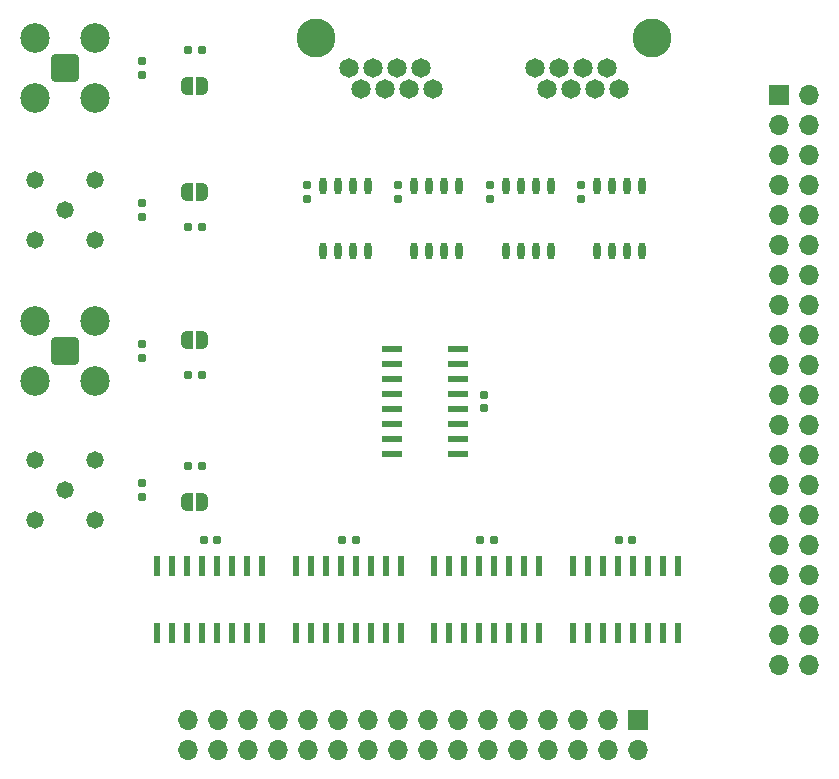
<source format=gbr>
%TF.GenerationSoftware,KiCad,Pcbnew,8.0.6*%
%TF.CreationDate,2025-01-14T13:26:05-05:00*%
%TF.ProjectId,LVDS_RasPi_Hat,4c564453-5f52-4617-9350-695f4861742e,rev?*%
%TF.SameCoordinates,Original*%
%TF.FileFunction,Soldermask,Top*%
%TF.FilePolarity,Negative*%
%FSLAX46Y46*%
G04 Gerber Fmt 4.6, Leading zero omitted, Abs format (unit mm)*
G04 Created by KiCad (PCBNEW 8.0.6) date 2025-01-14 13:26:05*
%MOMM*%
%LPD*%
G01*
G04 APERTURE LIST*
G04 Aperture macros list*
%AMRoundRect*
0 Rectangle with rounded corners*
0 $1 Rounding radius*
0 $2 $3 $4 $5 $6 $7 $8 $9 X,Y pos of 4 corners*
0 Add a 4 corners polygon primitive as box body*
4,1,4,$2,$3,$4,$5,$6,$7,$8,$9,$2,$3,0*
0 Add four circle primitives for the rounded corners*
1,1,$1+$1,$2,$3*
1,1,$1+$1,$4,$5*
1,1,$1+$1,$6,$7*
1,1,$1+$1,$8,$9*
0 Add four rect primitives between the rounded corners*
20,1,$1+$1,$2,$3,$4,$5,0*
20,1,$1+$1,$4,$5,$6,$7,0*
20,1,$1+$1,$6,$7,$8,$9,0*
20,1,$1+$1,$8,$9,$2,$3,0*%
%AMFreePoly0*
4,1,19,0.500000,-0.750000,0.000000,-0.750000,0.000000,-0.744911,-0.071157,-0.744911,-0.207708,-0.704816,-0.327430,-0.627875,-0.420627,-0.520320,-0.479746,-0.390866,-0.500000,-0.250000,-0.500000,0.250000,-0.479746,0.390866,-0.420627,0.520320,-0.327430,0.627875,-0.207708,0.704816,-0.071157,0.744911,0.000000,0.744911,0.000000,0.750000,0.500000,0.750000,0.500000,-0.750000,0.500000,-0.750000,
$1*%
%AMFreePoly1*
4,1,19,0.000000,0.744911,0.071157,0.744911,0.207708,0.704816,0.327430,0.627875,0.420627,0.520320,0.479746,0.390866,0.500000,0.250000,0.500000,-0.250000,0.479746,-0.390866,0.420627,-0.520320,0.327430,-0.627875,0.207708,-0.704816,0.071157,-0.744911,0.000000,-0.744911,0.000000,-0.750000,-0.500000,-0.750000,-0.500000,0.750000,0.000000,0.750000,0.000000,0.744911,0.000000,0.744911,
$1*%
G04 Aperture macros list end*
%ADD10R,0.558800X1.663700*%
%ADD11R,1.663700X0.558800*%
%ADD12RoundRect,0.160000X0.160000X-0.197500X0.160000X0.197500X-0.160000X0.197500X-0.160000X-0.197500X0*%
%ADD13C,1.473200*%
%ADD14RoundRect,0.200100X0.949900X-0.949900X0.949900X0.949900X-0.949900X0.949900X-0.949900X-0.949900X0*%
%ADD15C,2.500000*%
%ADD16RoundRect,0.155000X-0.155000X0.212500X-0.155000X-0.212500X0.155000X-0.212500X0.155000X0.212500X0*%
%ADD17O,0.599999X1.450000*%
%ADD18RoundRect,0.160000X-0.160000X0.197500X-0.160000X-0.197500X0.160000X-0.197500X0.160000X0.197500X0*%
%ADD19RoundRect,0.155000X-0.212500X-0.155000X0.212500X-0.155000X0.212500X0.155000X-0.212500X0.155000X0*%
%ADD20RoundRect,0.160000X-0.197500X-0.160000X0.197500X-0.160000X0.197500X0.160000X-0.197500X0.160000X0*%
%ADD21FreePoly0,180.000000*%
%ADD22FreePoly1,180.000000*%
%ADD23C,3.300000*%
%ADD24C,1.652000*%
%ADD25R,1.700000X1.700000*%
%ADD26O,1.700000X1.700000*%
G04 APERTURE END LIST*
D10*
%TO.C,U8*%
X60957500Y-76075750D03*
X62227500Y-76075750D03*
X63497500Y-76075750D03*
X64767500Y-76075750D03*
X66037500Y-76075750D03*
X67307500Y-76075750D03*
X68577500Y-76075750D03*
X69847500Y-76075750D03*
X69847500Y-70424250D03*
X68577500Y-70424250D03*
X67307500Y-70424250D03*
X66037500Y-70424250D03*
X64767500Y-70424250D03*
X63497500Y-70424250D03*
X62227500Y-70424250D03*
X60957500Y-70424250D03*
%TD*%
D11*
%TO.C,U5*%
X57326750Y-52055000D03*
X57326750Y-53325000D03*
X57326750Y-54595000D03*
X57326750Y-55865000D03*
X57326750Y-57135000D03*
X57326750Y-58405000D03*
X57326750Y-59675000D03*
X57326750Y-60945000D03*
X62978250Y-60945000D03*
X62978250Y-59675000D03*
X62978250Y-58405000D03*
X62978250Y-57135000D03*
X62978250Y-55865000D03*
X62978250Y-54595000D03*
X62978250Y-53325000D03*
X62978250Y-52055000D03*
%TD*%
D10*
%TO.C,U9*%
X72707500Y-76075750D03*
X73977500Y-76075750D03*
X75247500Y-76075750D03*
X76517500Y-76075750D03*
X77787500Y-76075750D03*
X79057500Y-76075750D03*
X80327500Y-76075750D03*
X81597500Y-76075750D03*
X81597500Y-70424250D03*
X80327500Y-70424250D03*
X79057500Y-70424250D03*
X77787500Y-70424250D03*
X76517500Y-70424250D03*
X75247500Y-70424250D03*
X73977500Y-70424250D03*
X72707500Y-70424250D03*
%TD*%
D12*
%TO.C,R2*%
X36152500Y-40847500D03*
X36152500Y-39652500D03*
%TD*%
D13*
%TO.C,J6*%
X29652500Y-64000000D03*
X27112500Y-66540000D03*
X32192500Y-66540000D03*
X27112500Y-61460000D03*
X32192500Y-61460000D03*
%TD*%
D14*
%TO.C,J3*%
X29652500Y-28250000D03*
D15*
X27112500Y-30790000D03*
X32192500Y-30790000D03*
X27112500Y-25710000D03*
X32192500Y-25710000D03*
%TD*%
D16*
%TO.C,C3*%
X65652500Y-38182500D03*
X65652500Y-39317500D03*
%TD*%
D17*
%TO.C,U4*%
X74747500Y-43725001D03*
X76017500Y-43725001D03*
X77287500Y-43725001D03*
X78557500Y-43725001D03*
X78557500Y-38275002D03*
X77287500Y-38275002D03*
X76017500Y-38275002D03*
X74747500Y-38275002D03*
%TD*%
D14*
%TO.C,J5*%
X29652500Y-52250000D03*
D15*
X27112500Y-54790000D03*
X32192500Y-54790000D03*
X27112500Y-49710000D03*
X32192500Y-49710000D03*
%TD*%
D16*
%TO.C,C4*%
X73402500Y-38182500D03*
X73402500Y-39317500D03*
%TD*%
D18*
%TO.C,R4*%
X36152500Y-63402500D03*
X36152500Y-64597500D03*
%TD*%
D19*
%TO.C,C7*%
X53152500Y-68250000D03*
X54287500Y-68250000D03*
%TD*%
D20*
%TO.C,R8*%
X40055000Y-62000000D03*
X41250000Y-62000000D03*
%TD*%
D19*
%TO.C,C9*%
X76585000Y-68250000D03*
X77720000Y-68250000D03*
%TD*%
%TO.C,C8*%
X64835000Y-68250000D03*
X65970000Y-68250000D03*
%TD*%
D20*
%TO.C,R5*%
X40055000Y-26750000D03*
X41250000Y-26750000D03*
%TD*%
D19*
%TO.C,C6*%
X41402500Y-68250000D03*
X42537500Y-68250000D03*
%TD*%
D13*
%TO.C,J4*%
X29652500Y-40250000D03*
X27112500Y-42790000D03*
X32192500Y-42790000D03*
X27112500Y-37710000D03*
X32192500Y-37710000D03*
%TD*%
D16*
%TO.C,C5*%
X65152500Y-55932500D03*
X65152500Y-57067500D03*
%TD*%
D21*
%TO.C,JP4*%
X41302500Y-65000000D03*
D22*
X40002500Y-65000000D03*
%TD*%
D18*
%TO.C,R1*%
X36152500Y-27652500D03*
X36152500Y-28847500D03*
%TD*%
D17*
%TO.C,U3*%
X66997500Y-43725001D03*
X68267500Y-43725001D03*
X69537500Y-43725001D03*
X70807500Y-43725001D03*
X70807500Y-38275002D03*
X69537500Y-38275002D03*
X68267500Y-38275002D03*
X66997500Y-38275002D03*
%TD*%
D23*
%TO.C,J2*%
X79377500Y-25750000D03*
X50927500Y-25750000D03*
D24*
X69475500Y-28290000D03*
X70491500Y-30070000D03*
X71507500Y-28290000D03*
X72523500Y-30070000D03*
X73539500Y-28290000D03*
X74555500Y-30070000D03*
X75571500Y-28290000D03*
X76587500Y-30070000D03*
X53725500Y-28290000D03*
X54741500Y-30070000D03*
X55757500Y-28290000D03*
X56773500Y-30070000D03*
X57789500Y-28290000D03*
X58805500Y-30070000D03*
X59821500Y-28290000D03*
X60837500Y-30070000D03*
%TD*%
D21*
%TO.C,JP1*%
X41302500Y-29750000D03*
D22*
X40002500Y-29750000D03*
%TD*%
D20*
%TO.C,R7*%
X40055000Y-54250000D03*
X41250000Y-54250000D03*
%TD*%
D10*
%TO.C,U7*%
X49207500Y-76075750D03*
X50477500Y-76075750D03*
X51747500Y-76075750D03*
X53017500Y-76075750D03*
X54287500Y-76075750D03*
X55557500Y-76075750D03*
X56827500Y-76075750D03*
X58097500Y-76075750D03*
X58097500Y-70424250D03*
X56827500Y-70424250D03*
X55557500Y-70424250D03*
X54287500Y-70424250D03*
X53017500Y-70424250D03*
X51747500Y-70424250D03*
X50477500Y-70424250D03*
X49207500Y-70424250D03*
%TD*%
D21*
%TO.C,JP3*%
X41302500Y-51250000D03*
D22*
X40002500Y-51250000D03*
%TD*%
D25*
%TO.C,J7*%
X78202500Y-83500000D03*
D26*
X78202500Y-86040000D03*
X75662500Y-83500000D03*
X75662500Y-86040000D03*
X73122500Y-83500000D03*
X73122500Y-86040000D03*
X70582500Y-83500000D03*
X70582500Y-86040000D03*
X68042500Y-83500000D03*
X68042500Y-86040000D03*
X65502500Y-83500000D03*
X65502500Y-86040000D03*
X62962500Y-83500000D03*
X62962500Y-86040000D03*
X60422500Y-83500000D03*
X60422500Y-86040000D03*
X57882500Y-83500000D03*
X57882500Y-86040000D03*
X55342500Y-83500000D03*
X55342500Y-86040000D03*
X52802500Y-83500000D03*
X52802500Y-86040000D03*
X50262500Y-83500000D03*
X50262500Y-86040000D03*
X47722500Y-83500000D03*
X47722500Y-86040000D03*
X45182500Y-83500000D03*
X45182500Y-86040000D03*
X42642500Y-83500000D03*
X42642500Y-86040000D03*
X40102500Y-83500000D03*
X40102500Y-86040000D03*
%TD*%
D17*
%TO.C,U1*%
X51497500Y-43725001D03*
X52767500Y-43725001D03*
X54037500Y-43725001D03*
X55307500Y-43725001D03*
X55307500Y-38275002D03*
X54037500Y-38275002D03*
X52767500Y-38275002D03*
X51497500Y-38275002D03*
%TD*%
D20*
%TO.C,R6*%
X40055000Y-41750000D03*
X41250000Y-41750000D03*
%TD*%
D16*
%TO.C,C1*%
X50152500Y-38182500D03*
X50152500Y-39317500D03*
%TD*%
D12*
%TO.C,R3*%
X36152500Y-52847500D03*
X36152500Y-51652500D03*
%TD*%
D17*
%TO.C,U2*%
X59247500Y-43725001D03*
X60517500Y-43725001D03*
X61787500Y-43725001D03*
X63057500Y-43725001D03*
X63057500Y-38275002D03*
X61787500Y-38275002D03*
X60517500Y-38275002D03*
X59247500Y-38275002D03*
%TD*%
D10*
%TO.C,U6*%
X37457500Y-76075750D03*
X38727500Y-76075750D03*
X39997500Y-76075750D03*
X41267500Y-76075750D03*
X42537500Y-76075750D03*
X43807500Y-76075750D03*
X45077500Y-76075750D03*
X46347500Y-76075750D03*
X46347500Y-70424250D03*
X45077500Y-70424250D03*
X43807500Y-70424250D03*
X42537500Y-70424250D03*
X41267500Y-70424250D03*
X39997500Y-70424250D03*
X38727500Y-70424250D03*
X37457500Y-70424250D03*
%TD*%
D21*
%TO.C,JP2*%
X41302500Y-38750000D03*
D22*
X40002500Y-38750000D03*
%TD*%
D16*
%TO.C,C2*%
X57902500Y-38182500D03*
X57902500Y-39317500D03*
%TD*%
D25*
%TO.C,J1*%
X90112500Y-30590000D03*
D26*
X92652500Y-30590000D03*
X90112500Y-33130000D03*
X92652500Y-33130000D03*
X90112500Y-35670000D03*
X92652500Y-35670000D03*
X90112500Y-38210000D03*
X92652500Y-38210000D03*
X90112500Y-40750000D03*
X92652500Y-40750000D03*
X90112500Y-43290000D03*
X92652500Y-43290000D03*
X90112500Y-45830000D03*
X92652500Y-45830000D03*
X90112500Y-48370000D03*
X92652500Y-48370000D03*
X90112500Y-50910000D03*
X92652500Y-50910000D03*
X90112500Y-53450000D03*
X92652500Y-53450000D03*
X90112500Y-55990000D03*
X92652500Y-55990000D03*
X90112500Y-58530000D03*
X92652500Y-58530000D03*
X90112500Y-61070000D03*
X92652500Y-61070000D03*
X90112500Y-63610000D03*
X92652500Y-63610000D03*
X90112500Y-66150000D03*
X92652500Y-66150000D03*
X90112500Y-68690000D03*
X92652500Y-68690000D03*
X90112500Y-71230000D03*
X92652500Y-71230000D03*
X90112500Y-73770000D03*
X92652500Y-73770000D03*
X90112500Y-76310000D03*
X92652500Y-76310000D03*
X90112500Y-78850000D03*
X92652500Y-78850000D03*
%TD*%
M02*

</source>
